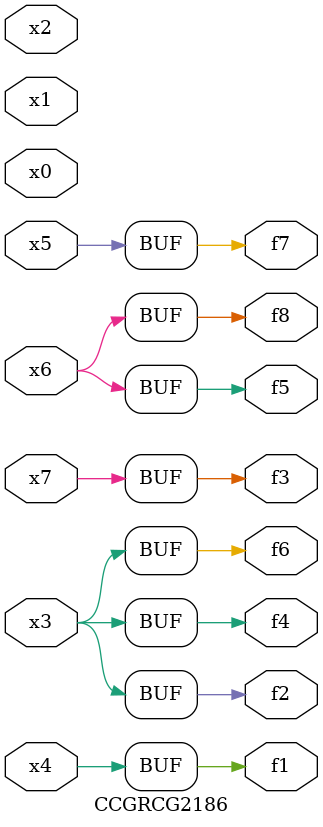
<source format=v>
module CCGRCG2186(
	input x0, x1, x2, x3, x4, x5, x6, x7,
	output f1, f2, f3, f4, f5, f6, f7, f8
);
	assign f1 = x4;
	assign f2 = x3;
	assign f3 = x7;
	assign f4 = x3;
	assign f5 = x6;
	assign f6 = x3;
	assign f7 = x5;
	assign f8 = x6;
endmodule

</source>
